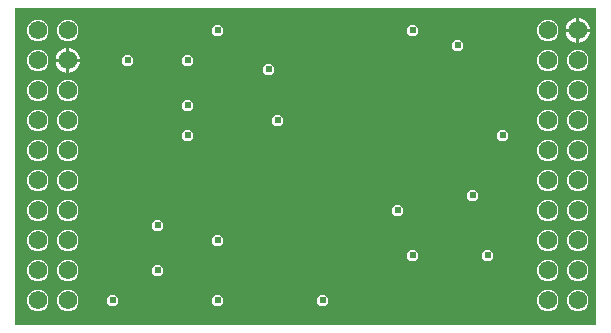
<source format=gbr>
G04 EAGLE Gerber RS-274X export*
G75*
%MOMM*%
%FSLAX34Y34*%
%LPD*%
%INCopper Layer 2*%
%IPPOS*%
%AMOC8*
5,1,8,0,0,1.08239X$1,22.5*%
G01*
%ADD10C,1.575000*%
%ADD11C,0.610000*%

G36*
X493937Y2004D02*
X493937Y2004D01*
X493957Y2002D01*
X494058Y2024D01*
X494160Y2040D01*
X494178Y2050D01*
X494197Y2054D01*
X494286Y2107D01*
X494377Y2156D01*
X494391Y2170D01*
X494408Y2180D01*
X494476Y2259D01*
X494547Y2334D01*
X494555Y2352D01*
X494568Y2367D01*
X494607Y2463D01*
X494650Y2557D01*
X494653Y2577D01*
X494660Y2595D01*
X494678Y2762D01*
X494678Y270062D01*
X494675Y270082D01*
X494677Y270101D01*
X494655Y270203D01*
X494639Y270305D01*
X494629Y270322D01*
X494625Y270342D01*
X494572Y270431D01*
X494524Y270522D01*
X494509Y270536D01*
X494499Y270553D01*
X494420Y270620D01*
X494345Y270691D01*
X494327Y270700D01*
X494312Y270713D01*
X494216Y270752D01*
X494122Y270795D01*
X494102Y270797D01*
X494084Y270805D01*
X493917Y270823D01*
X2762Y270823D01*
X2742Y270820D01*
X2723Y270822D01*
X2621Y270800D01*
X2519Y270783D01*
X2502Y270774D01*
X2482Y270770D01*
X2393Y270717D01*
X2302Y270668D01*
X2288Y270654D01*
X2271Y270644D01*
X2204Y270565D01*
X2132Y270490D01*
X2124Y270472D01*
X2111Y270457D01*
X2072Y270361D01*
X2029Y270267D01*
X2027Y270247D01*
X2019Y270229D01*
X2001Y270062D01*
X2001Y2762D01*
X2004Y2742D01*
X2002Y2723D01*
X2024Y2621D01*
X2040Y2519D01*
X2050Y2502D01*
X2054Y2482D01*
X2107Y2393D01*
X2156Y2302D01*
X2170Y2288D01*
X2180Y2271D01*
X2259Y2204D01*
X2334Y2132D01*
X2352Y2124D01*
X2367Y2111D01*
X2463Y2072D01*
X2557Y2029D01*
X2577Y2027D01*
X2595Y2019D01*
X2762Y2001D01*
X493917Y2001D01*
X493937Y2004D01*
G37*
%LPC*%
G36*
X476971Y115314D02*
X476971Y115314D01*
X473609Y116707D01*
X471037Y119279D01*
X469644Y122641D01*
X469644Y126279D01*
X471037Y129641D01*
X473609Y132213D01*
X476971Y133606D01*
X480609Y133606D01*
X483971Y132213D01*
X486543Y129641D01*
X487936Y126279D01*
X487936Y122641D01*
X486543Y119279D01*
X483971Y116707D01*
X480609Y115314D01*
X476971Y115314D01*
G37*
%LPD*%
%LPC*%
G36*
X451571Y115314D02*
X451571Y115314D01*
X448209Y116707D01*
X445637Y119279D01*
X444244Y122641D01*
X444244Y126279D01*
X445637Y129641D01*
X448209Y132213D01*
X451571Y133606D01*
X455209Y133606D01*
X458571Y132213D01*
X461143Y129641D01*
X462536Y126279D01*
X462536Y122641D01*
X461143Y119279D01*
X458571Y116707D01*
X455209Y115314D01*
X451571Y115314D01*
G37*
%LPD*%
%LPC*%
G36*
X451571Y242314D02*
X451571Y242314D01*
X448209Y243707D01*
X445637Y246279D01*
X444244Y249641D01*
X444244Y253279D01*
X445637Y256641D01*
X448209Y259213D01*
X451571Y260606D01*
X455209Y260606D01*
X458571Y259213D01*
X461143Y256641D01*
X462536Y253279D01*
X462536Y249641D01*
X461143Y246279D01*
X458571Y243707D01*
X455209Y242314D01*
X451571Y242314D01*
G37*
%LPD*%
%LPC*%
G36*
X45171Y242314D02*
X45171Y242314D01*
X41809Y243707D01*
X39237Y246279D01*
X37844Y249641D01*
X37844Y253279D01*
X39237Y256641D01*
X41809Y259213D01*
X45171Y260606D01*
X48809Y260606D01*
X52171Y259213D01*
X54743Y256641D01*
X56136Y253279D01*
X56136Y249641D01*
X54743Y246279D01*
X52171Y243707D01*
X48809Y242314D01*
X45171Y242314D01*
G37*
%LPD*%
%LPC*%
G36*
X19771Y242314D02*
X19771Y242314D01*
X16409Y243707D01*
X13837Y246279D01*
X12444Y249641D01*
X12444Y253279D01*
X13837Y256641D01*
X16409Y259213D01*
X19771Y260606D01*
X23409Y260606D01*
X26771Y259213D01*
X29343Y256641D01*
X30736Y253279D01*
X30736Y249641D01*
X29343Y246279D01*
X26771Y243707D01*
X23409Y242314D01*
X19771Y242314D01*
G37*
%LPD*%
%LPC*%
G36*
X45171Y115314D02*
X45171Y115314D01*
X41809Y116707D01*
X39237Y119279D01*
X37844Y122641D01*
X37844Y126279D01*
X39237Y129641D01*
X41809Y132213D01*
X45171Y133606D01*
X48809Y133606D01*
X52171Y132213D01*
X54743Y129641D01*
X56136Y126279D01*
X56136Y122641D01*
X54743Y119279D01*
X52171Y116707D01*
X48809Y115314D01*
X45171Y115314D01*
G37*
%LPD*%
%LPC*%
G36*
X476971Y89914D02*
X476971Y89914D01*
X473609Y91307D01*
X471037Y93879D01*
X469644Y97241D01*
X469644Y100879D01*
X471037Y104241D01*
X473609Y106813D01*
X476971Y108206D01*
X480609Y108206D01*
X483971Y106813D01*
X486543Y104241D01*
X487936Y100879D01*
X487936Y97241D01*
X486543Y93879D01*
X483971Y91307D01*
X480609Y89914D01*
X476971Y89914D01*
G37*
%LPD*%
%LPC*%
G36*
X19771Y216914D02*
X19771Y216914D01*
X16409Y218307D01*
X13837Y220879D01*
X12444Y224241D01*
X12444Y227879D01*
X13837Y231241D01*
X16409Y233813D01*
X19771Y235206D01*
X23409Y235206D01*
X26771Y233813D01*
X29343Y231241D01*
X30736Y227879D01*
X30736Y224241D01*
X29343Y220879D01*
X26771Y218307D01*
X23409Y216914D01*
X19771Y216914D01*
G37*
%LPD*%
%LPC*%
G36*
X451571Y89914D02*
X451571Y89914D01*
X448209Y91307D01*
X445637Y93879D01*
X444244Y97241D01*
X444244Y100879D01*
X445637Y104241D01*
X448209Y106813D01*
X451571Y108206D01*
X455209Y108206D01*
X458571Y106813D01*
X461143Y104241D01*
X462536Y100879D01*
X462536Y97241D01*
X461143Y93879D01*
X458571Y91307D01*
X455209Y89914D01*
X451571Y89914D01*
G37*
%LPD*%
%LPC*%
G36*
X45171Y89914D02*
X45171Y89914D01*
X41809Y91307D01*
X39237Y93879D01*
X37844Y97241D01*
X37844Y100879D01*
X39237Y104241D01*
X41809Y106813D01*
X45171Y108206D01*
X48809Y108206D01*
X52171Y106813D01*
X54743Y104241D01*
X56136Y100879D01*
X56136Y97241D01*
X54743Y93879D01*
X52171Y91307D01*
X48809Y89914D01*
X45171Y89914D01*
G37*
%LPD*%
%LPC*%
G36*
X19771Y89914D02*
X19771Y89914D01*
X16409Y91307D01*
X13837Y93879D01*
X12444Y97241D01*
X12444Y100879D01*
X13837Y104241D01*
X16409Y106813D01*
X19771Y108206D01*
X23409Y108206D01*
X26771Y106813D01*
X29343Y104241D01*
X30736Y100879D01*
X30736Y97241D01*
X29343Y93879D01*
X26771Y91307D01*
X23409Y89914D01*
X19771Y89914D01*
G37*
%LPD*%
%LPC*%
G36*
X476971Y64514D02*
X476971Y64514D01*
X473609Y65907D01*
X471037Y68479D01*
X469644Y71841D01*
X469644Y75479D01*
X471037Y78841D01*
X473609Y81413D01*
X476971Y82806D01*
X480609Y82806D01*
X483971Y81413D01*
X486543Y78841D01*
X487936Y75479D01*
X487936Y71841D01*
X486543Y68479D01*
X483971Y65907D01*
X480609Y64514D01*
X476971Y64514D01*
G37*
%LPD*%
%LPC*%
G36*
X451571Y64514D02*
X451571Y64514D01*
X448209Y65907D01*
X445637Y68479D01*
X444244Y71841D01*
X444244Y75479D01*
X445637Y78841D01*
X448209Y81413D01*
X451571Y82806D01*
X455209Y82806D01*
X458571Y81413D01*
X461143Y78841D01*
X462536Y75479D01*
X462536Y71841D01*
X461143Y68479D01*
X458571Y65907D01*
X455209Y64514D01*
X451571Y64514D01*
G37*
%LPD*%
%LPC*%
G36*
X476971Y216914D02*
X476971Y216914D01*
X473609Y218307D01*
X471037Y220879D01*
X469644Y224241D01*
X469644Y227879D01*
X471037Y231241D01*
X473609Y233813D01*
X476971Y235206D01*
X480609Y235206D01*
X483971Y233813D01*
X486543Y231241D01*
X487936Y227879D01*
X487936Y224241D01*
X486543Y220879D01*
X483971Y218307D01*
X480609Y216914D01*
X476971Y216914D01*
G37*
%LPD*%
%LPC*%
G36*
X451571Y216914D02*
X451571Y216914D01*
X448209Y218307D01*
X445637Y220879D01*
X444244Y224241D01*
X444244Y227879D01*
X445637Y231241D01*
X448209Y233813D01*
X451571Y235206D01*
X455209Y235206D01*
X458571Y233813D01*
X461143Y231241D01*
X462536Y227879D01*
X462536Y224241D01*
X461143Y220879D01*
X458571Y218307D01*
X455209Y216914D01*
X451571Y216914D01*
G37*
%LPD*%
%LPC*%
G36*
X45171Y64514D02*
X45171Y64514D01*
X41809Y65907D01*
X39237Y68479D01*
X37844Y71841D01*
X37844Y75479D01*
X39237Y78841D01*
X41809Y81413D01*
X45171Y82806D01*
X48809Y82806D01*
X52171Y81413D01*
X54743Y78841D01*
X56136Y75479D01*
X56136Y71841D01*
X54743Y68479D01*
X52171Y65907D01*
X48809Y64514D01*
X45171Y64514D01*
G37*
%LPD*%
%LPC*%
G36*
X19771Y64514D02*
X19771Y64514D01*
X16409Y65907D01*
X13837Y68479D01*
X12444Y71841D01*
X12444Y75479D01*
X13837Y78841D01*
X16409Y81413D01*
X19771Y82806D01*
X23409Y82806D01*
X26771Y81413D01*
X29343Y78841D01*
X30736Y75479D01*
X30736Y71841D01*
X29343Y68479D01*
X26771Y65907D01*
X23409Y64514D01*
X19771Y64514D01*
G37*
%LPD*%
%LPC*%
G36*
X476971Y39114D02*
X476971Y39114D01*
X473609Y40507D01*
X471037Y43079D01*
X469644Y46441D01*
X469644Y50079D01*
X471037Y53441D01*
X473609Y56013D01*
X476971Y57406D01*
X480609Y57406D01*
X483971Y56013D01*
X486543Y53441D01*
X487936Y50079D01*
X487936Y46441D01*
X486543Y43079D01*
X483971Y40507D01*
X480609Y39114D01*
X476971Y39114D01*
G37*
%LPD*%
%LPC*%
G36*
X451571Y39114D02*
X451571Y39114D01*
X448209Y40507D01*
X445637Y43079D01*
X444244Y46441D01*
X444244Y50079D01*
X445637Y53441D01*
X448209Y56013D01*
X451571Y57406D01*
X455209Y57406D01*
X458571Y56013D01*
X461143Y53441D01*
X462536Y50079D01*
X462536Y46441D01*
X461143Y43079D01*
X458571Y40507D01*
X455209Y39114D01*
X451571Y39114D01*
G37*
%LPD*%
%LPC*%
G36*
X45171Y39114D02*
X45171Y39114D01*
X41809Y40507D01*
X39237Y43079D01*
X37844Y46441D01*
X37844Y50079D01*
X39237Y53441D01*
X41809Y56013D01*
X45171Y57406D01*
X48809Y57406D01*
X52171Y56013D01*
X54743Y53441D01*
X56136Y50079D01*
X56136Y46441D01*
X54743Y43079D01*
X52171Y40507D01*
X48809Y39114D01*
X45171Y39114D01*
G37*
%LPD*%
%LPC*%
G36*
X19771Y39114D02*
X19771Y39114D01*
X16409Y40507D01*
X13837Y43079D01*
X12444Y46441D01*
X12444Y50079D01*
X13837Y53441D01*
X16409Y56013D01*
X19771Y57406D01*
X23409Y57406D01*
X26771Y56013D01*
X29343Y53441D01*
X30736Y50079D01*
X30736Y46441D01*
X29343Y43079D01*
X26771Y40507D01*
X23409Y39114D01*
X19771Y39114D01*
G37*
%LPD*%
%LPC*%
G36*
X476971Y13714D02*
X476971Y13714D01*
X473609Y15107D01*
X471037Y17679D01*
X469644Y21041D01*
X469644Y24679D01*
X471037Y28041D01*
X473609Y30613D01*
X476971Y32006D01*
X480609Y32006D01*
X483971Y30613D01*
X486543Y28041D01*
X487936Y24679D01*
X487936Y21041D01*
X486543Y17679D01*
X483971Y15107D01*
X480609Y13714D01*
X476971Y13714D01*
G37*
%LPD*%
%LPC*%
G36*
X476971Y191514D02*
X476971Y191514D01*
X473609Y192907D01*
X471037Y195479D01*
X469644Y198841D01*
X469644Y202479D01*
X471037Y205841D01*
X473609Y208413D01*
X476971Y209806D01*
X480609Y209806D01*
X483971Y208413D01*
X486543Y205841D01*
X487936Y202479D01*
X487936Y198841D01*
X486543Y195479D01*
X483971Y192907D01*
X480609Y191514D01*
X476971Y191514D01*
G37*
%LPD*%
%LPC*%
G36*
X451571Y191514D02*
X451571Y191514D01*
X448209Y192907D01*
X445637Y195479D01*
X444244Y198841D01*
X444244Y202479D01*
X445637Y205841D01*
X448209Y208413D01*
X451571Y209806D01*
X455209Y209806D01*
X458571Y208413D01*
X461143Y205841D01*
X462536Y202479D01*
X462536Y198841D01*
X461143Y195479D01*
X458571Y192907D01*
X455209Y191514D01*
X451571Y191514D01*
G37*
%LPD*%
%LPC*%
G36*
X45171Y191514D02*
X45171Y191514D01*
X41809Y192907D01*
X39237Y195479D01*
X37844Y198841D01*
X37844Y202479D01*
X39237Y205841D01*
X41809Y208413D01*
X45171Y209806D01*
X48809Y209806D01*
X52171Y208413D01*
X54743Y205841D01*
X56136Y202479D01*
X56136Y198841D01*
X54743Y195479D01*
X52171Y192907D01*
X48809Y191514D01*
X45171Y191514D01*
G37*
%LPD*%
%LPC*%
G36*
X19771Y191514D02*
X19771Y191514D01*
X16409Y192907D01*
X13837Y195479D01*
X12444Y198841D01*
X12444Y202479D01*
X13837Y205841D01*
X16409Y208413D01*
X19771Y209806D01*
X23409Y209806D01*
X26771Y208413D01*
X29343Y205841D01*
X30736Y202479D01*
X30736Y198841D01*
X29343Y195479D01*
X26771Y192907D01*
X23409Y191514D01*
X19771Y191514D01*
G37*
%LPD*%
%LPC*%
G36*
X451571Y13714D02*
X451571Y13714D01*
X448209Y15107D01*
X445637Y17679D01*
X444244Y21041D01*
X444244Y24679D01*
X445637Y28041D01*
X448209Y30613D01*
X451571Y32006D01*
X455209Y32006D01*
X458571Y30613D01*
X461143Y28041D01*
X462536Y24679D01*
X462536Y21041D01*
X461143Y17679D01*
X458571Y15107D01*
X455209Y13714D01*
X451571Y13714D01*
G37*
%LPD*%
%LPC*%
G36*
X476971Y166114D02*
X476971Y166114D01*
X473609Y167507D01*
X471037Y170079D01*
X469644Y173441D01*
X469644Y177079D01*
X471037Y180441D01*
X473609Y183013D01*
X476971Y184406D01*
X480609Y184406D01*
X483971Y183013D01*
X486543Y180441D01*
X487936Y177079D01*
X487936Y173441D01*
X486543Y170079D01*
X483971Y167507D01*
X480609Y166114D01*
X476971Y166114D01*
G37*
%LPD*%
%LPC*%
G36*
X451571Y166114D02*
X451571Y166114D01*
X448209Y167507D01*
X445637Y170079D01*
X444244Y173441D01*
X444244Y177079D01*
X445637Y180441D01*
X448209Y183013D01*
X451571Y184406D01*
X455209Y184406D01*
X458571Y183013D01*
X461143Y180441D01*
X462536Y177079D01*
X462536Y173441D01*
X461143Y170079D01*
X458571Y167507D01*
X455209Y166114D01*
X451571Y166114D01*
G37*
%LPD*%
%LPC*%
G36*
X45171Y166114D02*
X45171Y166114D01*
X41809Y167507D01*
X39237Y170079D01*
X37844Y173441D01*
X37844Y177079D01*
X39237Y180441D01*
X41809Y183013D01*
X45171Y184406D01*
X48809Y184406D01*
X52171Y183013D01*
X54743Y180441D01*
X56136Y177079D01*
X56136Y173441D01*
X54743Y170079D01*
X52171Y167507D01*
X48809Y166114D01*
X45171Y166114D01*
G37*
%LPD*%
%LPC*%
G36*
X19771Y166114D02*
X19771Y166114D01*
X16409Y167507D01*
X13837Y170079D01*
X12444Y173441D01*
X12444Y177079D01*
X13837Y180441D01*
X16409Y183013D01*
X19771Y184406D01*
X23409Y184406D01*
X26771Y183013D01*
X29343Y180441D01*
X30736Y177079D01*
X30736Y173441D01*
X29343Y170079D01*
X26771Y167507D01*
X23409Y166114D01*
X19771Y166114D01*
G37*
%LPD*%
%LPC*%
G36*
X45171Y13714D02*
X45171Y13714D01*
X41809Y15107D01*
X39237Y17679D01*
X37844Y21041D01*
X37844Y24679D01*
X39237Y28041D01*
X41809Y30613D01*
X45171Y32006D01*
X48809Y32006D01*
X52171Y30613D01*
X54743Y28041D01*
X56136Y24679D01*
X56136Y21041D01*
X54743Y17679D01*
X52171Y15107D01*
X48809Y13714D01*
X45171Y13714D01*
G37*
%LPD*%
%LPC*%
G36*
X19771Y13714D02*
X19771Y13714D01*
X16409Y15107D01*
X13837Y17679D01*
X12444Y21041D01*
X12444Y24679D01*
X13837Y28041D01*
X16409Y30613D01*
X19771Y32006D01*
X23409Y32006D01*
X26771Y30613D01*
X29343Y28041D01*
X30736Y24679D01*
X30736Y21041D01*
X29343Y17679D01*
X26771Y15107D01*
X23409Y13714D01*
X19771Y13714D01*
G37*
%LPD*%
%LPC*%
G36*
X19771Y115314D02*
X19771Y115314D01*
X16409Y116707D01*
X13837Y119279D01*
X12444Y122641D01*
X12444Y126279D01*
X13837Y129641D01*
X16409Y132213D01*
X19771Y133606D01*
X23409Y133606D01*
X26771Y132213D01*
X29343Y129641D01*
X30736Y126279D01*
X30736Y122641D01*
X29343Y119279D01*
X26771Y116707D01*
X23409Y115314D01*
X19771Y115314D01*
G37*
%LPD*%
%LPC*%
G36*
X476971Y140714D02*
X476971Y140714D01*
X473609Y142107D01*
X471037Y144679D01*
X469644Y148041D01*
X469644Y151679D01*
X471037Y155041D01*
X473609Y157613D01*
X476971Y159006D01*
X480609Y159006D01*
X483971Y157613D01*
X486543Y155041D01*
X487936Y151679D01*
X487936Y148041D01*
X486543Y144679D01*
X483971Y142107D01*
X480609Y140714D01*
X476971Y140714D01*
G37*
%LPD*%
%LPC*%
G36*
X451571Y140714D02*
X451571Y140714D01*
X448209Y142107D01*
X445637Y144679D01*
X444244Y148041D01*
X444244Y151679D01*
X445637Y155041D01*
X448209Y157613D01*
X451571Y159006D01*
X455209Y159006D01*
X458571Y157613D01*
X461143Y155041D01*
X462536Y151679D01*
X462536Y148041D01*
X461143Y144679D01*
X458571Y142107D01*
X455209Y140714D01*
X451571Y140714D01*
G37*
%LPD*%
%LPC*%
G36*
X45171Y140714D02*
X45171Y140714D01*
X41809Y142107D01*
X39237Y144679D01*
X37844Y148041D01*
X37844Y151679D01*
X39237Y155041D01*
X41809Y157613D01*
X45171Y159006D01*
X48809Y159006D01*
X52171Y157613D01*
X54743Y155041D01*
X56136Y151679D01*
X56136Y148041D01*
X54743Y144679D01*
X52171Y142107D01*
X48809Y140714D01*
X45171Y140714D01*
G37*
%LPD*%
%LPC*%
G36*
X19771Y140714D02*
X19771Y140714D01*
X16409Y142107D01*
X13837Y144679D01*
X12444Y148041D01*
X12444Y151679D01*
X13837Y155041D01*
X16409Y157613D01*
X19771Y159006D01*
X23409Y159006D01*
X26771Y157613D01*
X29343Y155041D01*
X30736Y151679D01*
X30736Y148041D01*
X29343Y144679D01*
X26771Y142107D01*
X23409Y140714D01*
X19771Y140714D01*
G37*
%LPD*%
%LPC*%
G36*
X337195Y246885D02*
X337195Y246885D01*
X334515Y249565D01*
X334515Y253355D01*
X337195Y256035D01*
X340985Y256035D01*
X343665Y253355D01*
X343665Y249565D01*
X340985Y246885D01*
X337195Y246885D01*
G37*
%LPD*%
%LPC*%
G36*
X172095Y246885D02*
X172095Y246885D01*
X169415Y249565D01*
X169415Y253355D01*
X172095Y256035D01*
X175885Y256035D01*
X178565Y253355D01*
X178565Y249565D01*
X175885Y246885D01*
X172095Y246885D01*
G37*
%LPD*%
%LPC*%
G36*
X375295Y234185D02*
X375295Y234185D01*
X372615Y236865D01*
X372615Y240655D01*
X375295Y243335D01*
X379085Y243335D01*
X381765Y240655D01*
X381765Y236865D01*
X379085Y234185D01*
X375295Y234185D01*
G37*
%LPD*%
%LPC*%
G36*
X146695Y221485D02*
X146695Y221485D01*
X144015Y224165D01*
X144015Y227955D01*
X146695Y230635D01*
X150485Y230635D01*
X153165Y227955D01*
X153165Y224165D01*
X150485Y221485D01*
X146695Y221485D01*
G37*
%LPD*%
%LPC*%
G36*
X95895Y221485D02*
X95895Y221485D01*
X93215Y224165D01*
X93215Y227955D01*
X95895Y230635D01*
X99685Y230635D01*
X102365Y227955D01*
X102365Y224165D01*
X99685Y221485D01*
X95895Y221485D01*
G37*
%LPD*%
%LPC*%
G36*
X215275Y213865D02*
X215275Y213865D01*
X212595Y216545D01*
X212595Y220335D01*
X215275Y223015D01*
X219065Y223015D01*
X221745Y220335D01*
X221745Y216545D01*
X219065Y213865D01*
X215275Y213865D01*
G37*
%LPD*%
%LPC*%
G36*
X146695Y183385D02*
X146695Y183385D01*
X144015Y186065D01*
X144015Y189855D01*
X146695Y192535D01*
X150485Y192535D01*
X153165Y189855D01*
X153165Y186065D01*
X150485Y183385D01*
X146695Y183385D01*
G37*
%LPD*%
%LPC*%
G36*
X222895Y170685D02*
X222895Y170685D01*
X220215Y173365D01*
X220215Y177155D01*
X222895Y179835D01*
X226685Y179835D01*
X229365Y177155D01*
X229365Y173365D01*
X226685Y170685D01*
X222895Y170685D01*
G37*
%LPD*%
%LPC*%
G36*
X413395Y157985D02*
X413395Y157985D01*
X410715Y160665D01*
X410715Y164455D01*
X413395Y167135D01*
X417185Y167135D01*
X419865Y164455D01*
X419865Y160665D01*
X417185Y157985D01*
X413395Y157985D01*
G37*
%LPD*%
%LPC*%
G36*
X387995Y107185D02*
X387995Y107185D01*
X385315Y109865D01*
X385315Y113655D01*
X387995Y116335D01*
X391785Y116335D01*
X394465Y113655D01*
X394465Y109865D01*
X391785Y107185D01*
X387995Y107185D01*
G37*
%LPD*%
%LPC*%
G36*
X324495Y94485D02*
X324495Y94485D01*
X321815Y97165D01*
X321815Y100955D01*
X324495Y103635D01*
X328285Y103635D01*
X330965Y100955D01*
X330965Y97165D01*
X328285Y94485D01*
X324495Y94485D01*
G37*
%LPD*%
%LPC*%
G36*
X121295Y81785D02*
X121295Y81785D01*
X118615Y84465D01*
X118615Y88255D01*
X121295Y90935D01*
X125085Y90935D01*
X127765Y88255D01*
X127765Y84465D01*
X125085Y81785D01*
X121295Y81785D01*
G37*
%LPD*%
%LPC*%
G36*
X121295Y43685D02*
X121295Y43685D01*
X118615Y46365D01*
X118615Y50155D01*
X121295Y52835D01*
X125085Y52835D01*
X127765Y50155D01*
X127765Y46365D01*
X125085Y43685D01*
X121295Y43685D01*
G37*
%LPD*%
%LPC*%
G36*
X172095Y69085D02*
X172095Y69085D01*
X169415Y71765D01*
X169415Y75555D01*
X172095Y78235D01*
X175885Y78235D01*
X178565Y75555D01*
X178565Y71765D01*
X175885Y69085D01*
X172095Y69085D01*
G37*
%LPD*%
%LPC*%
G36*
X400695Y56385D02*
X400695Y56385D01*
X398015Y59065D01*
X398015Y62855D01*
X400695Y65535D01*
X404485Y65535D01*
X407165Y62855D01*
X407165Y59065D01*
X404485Y56385D01*
X400695Y56385D01*
G37*
%LPD*%
%LPC*%
G36*
X337195Y56385D02*
X337195Y56385D01*
X334515Y59065D01*
X334515Y62855D01*
X337195Y65535D01*
X340985Y65535D01*
X343665Y62855D01*
X343665Y59065D01*
X340985Y56385D01*
X337195Y56385D01*
G37*
%LPD*%
%LPC*%
G36*
X146695Y157985D02*
X146695Y157985D01*
X144015Y160665D01*
X144015Y164455D01*
X146695Y167135D01*
X150485Y167135D01*
X153165Y164455D01*
X153165Y160665D01*
X150485Y157985D01*
X146695Y157985D01*
G37*
%LPD*%
%LPC*%
G36*
X172095Y18285D02*
X172095Y18285D01*
X169415Y20965D01*
X169415Y24755D01*
X172095Y27435D01*
X175885Y27435D01*
X178565Y24755D01*
X178565Y20965D01*
X175885Y18285D01*
X172095Y18285D01*
G37*
%LPD*%
%LPC*%
G36*
X83195Y18285D02*
X83195Y18285D01*
X80515Y20965D01*
X80515Y24755D01*
X83195Y27435D01*
X86985Y27435D01*
X89665Y24755D01*
X89665Y20965D01*
X86985Y18285D01*
X83195Y18285D01*
G37*
%LPD*%
%LPC*%
G36*
X260995Y18285D02*
X260995Y18285D01*
X258315Y20965D01*
X258315Y24755D01*
X260995Y27435D01*
X264785Y27435D01*
X267465Y24755D01*
X267465Y20965D01*
X264785Y18285D01*
X260995Y18285D01*
G37*
%LPD*%
%LPC*%
G36*
X480313Y252983D02*
X480313Y252983D01*
X480313Y261764D01*
X481229Y261619D01*
X482788Y261113D01*
X484249Y260368D01*
X485575Y259405D01*
X486735Y258245D01*
X487698Y256919D01*
X488443Y255458D01*
X488949Y253899D01*
X489094Y252983D01*
X480313Y252983D01*
G37*
%LPD*%
%LPC*%
G36*
X48513Y227583D02*
X48513Y227583D01*
X48513Y236364D01*
X49429Y236219D01*
X50988Y235713D01*
X52449Y234968D01*
X53775Y234005D01*
X54935Y232845D01*
X55898Y231519D01*
X56643Y230058D01*
X57149Y228499D01*
X57294Y227583D01*
X48513Y227583D01*
G37*
%LPD*%
%LPC*%
G36*
X468486Y252983D02*
X468486Y252983D01*
X468631Y253899D01*
X469137Y255458D01*
X469882Y256919D01*
X470845Y258245D01*
X472005Y259405D01*
X473331Y260368D01*
X474792Y261113D01*
X476351Y261619D01*
X477267Y261764D01*
X477267Y252983D01*
X468486Y252983D01*
G37*
%LPD*%
%LPC*%
G36*
X36686Y227583D02*
X36686Y227583D01*
X36831Y228499D01*
X37337Y230058D01*
X38082Y231519D01*
X39045Y232845D01*
X40205Y234005D01*
X41531Y234968D01*
X42992Y235713D01*
X44551Y236219D01*
X45467Y236364D01*
X45467Y227583D01*
X36686Y227583D01*
G37*
%LPD*%
%LPC*%
G36*
X480313Y249937D02*
X480313Y249937D01*
X489094Y249937D01*
X488949Y249021D01*
X488443Y247462D01*
X487698Y246001D01*
X486735Y244675D01*
X485575Y243515D01*
X484249Y242552D01*
X482788Y241807D01*
X481229Y241301D01*
X480313Y241156D01*
X480313Y249937D01*
G37*
%LPD*%
%LPC*%
G36*
X48513Y224537D02*
X48513Y224537D01*
X57294Y224537D01*
X57149Y223621D01*
X56643Y222062D01*
X55898Y220601D01*
X54935Y219275D01*
X53775Y218115D01*
X52449Y217152D01*
X50988Y216407D01*
X49429Y215901D01*
X48513Y215756D01*
X48513Y224537D01*
G37*
%LPD*%
%LPC*%
G36*
X476351Y241301D02*
X476351Y241301D01*
X474792Y241807D01*
X473331Y242552D01*
X472005Y243515D01*
X470845Y244675D01*
X469882Y246001D01*
X469137Y247462D01*
X468631Y249021D01*
X468486Y249937D01*
X477267Y249937D01*
X477267Y241156D01*
X476351Y241301D01*
G37*
%LPD*%
%LPC*%
G36*
X44551Y215901D02*
X44551Y215901D01*
X42992Y216407D01*
X41531Y217152D01*
X40205Y218115D01*
X39045Y219275D01*
X38082Y220601D01*
X37337Y222062D01*
X36831Y223621D01*
X36686Y224537D01*
X45467Y224537D01*
X45467Y215756D01*
X44551Y215901D01*
G37*
%LPD*%
%LPC*%
G36*
X478789Y251459D02*
X478789Y251459D01*
X478789Y251461D01*
X478791Y251461D01*
X478791Y251459D01*
X478789Y251459D01*
G37*
%LPD*%
%LPC*%
G36*
X46989Y226059D02*
X46989Y226059D01*
X46989Y226061D01*
X46991Y226061D01*
X46991Y226059D01*
X46989Y226059D01*
G37*
%LPD*%
D10*
X46990Y251460D03*
X21590Y251460D03*
X46990Y226060D03*
X21590Y226060D03*
X46990Y200660D03*
X21590Y200660D03*
X46990Y175260D03*
X21590Y175260D03*
X46990Y149860D03*
X21590Y149860D03*
X46990Y124460D03*
X21590Y124460D03*
X46990Y99060D03*
X21590Y99060D03*
X46990Y73660D03*
X21590Y73660D03*
X46990Y48260D03*
X21590Y48260D03*
X46990Y22860D03*
X21590Y22860D03*
X478790Y251460D03*
X453390Y251460D03*
X478790Y226060D03*
X453390Y226060D03*
X478790Y200660D03*
X453390Y200660D03*
X478790Y175260D03*
X453390Y175260D03*
X478790Y149860D03*
X453390Y149860D03*
X478790Y124460D03*
X453390Y124460D03*
X478790Y99060D03*
X453390Y99060D03*
X478790Y73660D03*
X453390Y73660D03*
X478790Y48260D03*
X453390Y48260D03*
X478790Y22860D03*
X453390Y22860D03*
D11*
X326390Y99060D03*
X173990Y73660D03*
X173990Y22860D03*
X326390Y200660D03*
X326390Y175260D03*
X275590Y73660D03*
X173990Y99060D03*
X330200Y152400D03*
X330200Y127000D03*
X148590Y162560D03*
X217170Y218440D03*
X389890Y111760D03*
X224790Y175260D03*
X148590Y187960D03*
X123190Y86360D03*
X123190Y48260D03*
X97790Y226060D03*
X148590Y226060D03*
X415290Y162560D03*
X377190Y238760D03*
X402590Y60960D03*
X339090Y60960D03*
X339090Y251460D03*
X173990Y251460D03*
X262890Y22860D03*
X85090Y22860D03*
M02*

</source>
